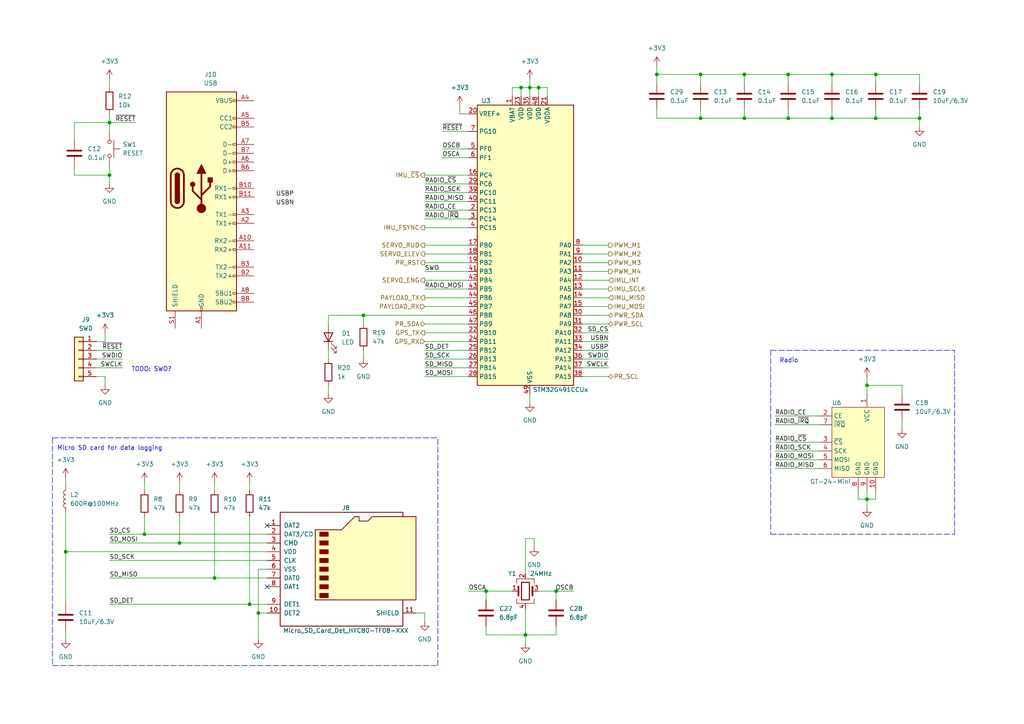
<source format=kicad_sch>
(kicad_sch (version 20210621) (generator eeschema)
  (paper "A4")
  (lib_symbols
    (symbol "Connector:USB_C_Receptacle" (pin_names (offset 1.016))
      (property "Reference" "J" (at -10.16 29.21 0))
      (property "Value" "USB_C_Receptacle" (at 10.16 29.21 0))
      (symbol "USB_C_Receptacle_0_0"
        (rectangle (start -0.254 -35.56) (end 0.254 -34.544))
        (rectangle (start 10.16 -32.766) (end 9.144 -33.274))
        (rectangle (start 10.16 -30.226) (end 9.144 -30.734))
        (rectangle (start 10.16 -25.146) (end 9.144 -25.654))
        (rectangle (start 10.16 -22.606) (end 9.144 -23.114))
        (rectangle (start 10.16 -17.526) (end 9.144 -18.034))
        (rectangle (start 10.16 -14.986) (end 9.144 -15.494))
        (rectangle (start 10.16 -9.906) (end 9.144 -10.414))
        (rectangle (start 10.16 -7.366) (end 9.144 -7.874))
        (rectangle (start 10.16 -2.286) (end 9.144 -2.794))
        (rectangle (start 10.16 0.254) (end 9.144 -0.254))
        (rectangle (start 10.16 5.334) (end 9.144 4.826))
        (rectangle (start 10.16 7.874) (end 9.144 7.366))
        (rectangle (start 10.16 10.414) (end 9.144 9.906))
        (rectangle (start 10.16 12.954) (end 9.144 12.446))
        (rectangle (start 10.16 18.034) (end 9.144 17.526))
        (rectangle (start 10.16 20.574) (end 9.144 20.066))
        (rectangle (start 10.16 25.654) (end 9.144 25.146))
      )
      (symbol "USB_C_Receptacle_0_1"
        (arc (start -8.89 -3.81) (end -5.08 -3.81) (radius (at -6.985 -3.81) (length 1.905) (angles -179.9 -0.1)) (stroke (width 0.508)))
        (arc (start -7.62 -3.81) (end -6.35 -3.81) (radius (at -6.985 -3.81) (length 0.635) (angles -179.9 -0.1)) (stroke (width 0.254)))
        (arc (start -6.35 3.81) (end -7.62 3.81) (radius (at -6.985 3.81) (length 0.635) (angles 0.1 179.9)) (stroke (width 0.254)))
        (arc (start -5.08 3.81) (end -8.89 3.81) (radius (at -6.985 3.81) (length 1.905) (angles 0.1 179.9)) (stroke (width 0.508)))
        (arc (start -7.62 -3.81) (end -6.35 -3.81) (radius (at -6.985 -3.81) (length 0.635) (angles -179.9 -0.1)) (stroke (width 0.254)) (fill (type outline)))
        (arc (start -6.35 3.81) (end -7.62 3.81) (radius (at -6.985 3.81) (length 0.635) (angles 0.1 179.9)) (stroke (width 0.254)) (fill (type outline)))
        (rectangle (start -7.62 -3.81) (end -6.35 3.81) (stroke (width 0.254)) (fill (type outline)))
        (rectangle (start -10.16 27.94) (end 10.16 -35.56) (stroke (width 0.254)) (fill (type background)))
        (polyline (pts (xy -8.89 -3.81) (xy -8.89 3.81)) (stroke (width 0.508)))
        (polyline (pts (xy -5.08 3.81) (xy -5.08 -3.81)) (stroke (width 0.508)))
      )
      (symbol "USB_C_Receptacle_1_1"
        (circle (center -2.54 1.143) (radius 0.635) (stroke (width 0.254)) (fill (type outline)))
        (circle (center 0 -5.842) (radius 1.27) (fill (type outline)))
        (rectangle (start 1.905 1.778) (end 3.175 3.048) (stroke (width 0.254)) (fill (type outline)))
        (polyline (pts (xy 0 -5.842) (xy 0 4.318)) (stroke (width 0.508)))
        (polyline (pts (xy 0 -3.302) (xy -2.54 -0.762) (xy -2.54 0.508)) (stroke (width 0.508)))
        (polyline (pts (xy 0 -2.032) (xy 2.54 0.508) (xy 2.54 1.778)) (stroke (width 0.508)))
        (polyline (pts (xy -1.27 4.318) (xy 0 6.858) (xy 1.27 4.318) (xy -1.27 4.318)) (stroke (width 0.254)) (fill (type outline)))
        (pin passive line (at 0 -40.64 90) (length 5.08) (name "GND") (number "A1"))
        (pin bidirectional line (at 15.24 -15.24 180) (length 5.08) (name "RX2-") (number "A10"))
        (pin bidirectional line (at 15.24 -17.78 180) (length 5.08) (name "RX2+") (number "A11"))
        (pin passive line (at 0 -40.64 90) (length 5.08) hide (name "GND") (number "A12"))
        (pin bidirectional line (at 15.24 -10.16 180) (length 5.08) (name "TX1+") (number "A2"))
        (pin bidirectional line (at 15.24 -7.62 180) (length 5.08) (name "TX1-") (number "A3"))
        (pin passive line (at 15.24 25.4 180) (length 5.08) (name "VBUS") (number "A4"))
        (pin bidirectional line (at 15.24 20.32 180) (length 5.08) (name "CC1") (number "A5"))
        (pin bidirectional line (at 15.24 7.62 180) (length 5.08) (name "D+") (number "A6"))
        (pin bidirectional line (at 15.24 12.7 180) (length 5.08) (name "D-") (number "A7"))
        (pin bidirectional line (at 15.24 -30.48 180) (length 5.08) (name "SBU1") (number "A8"))
        (pin passive line (at 15.24 25.4 180) (length 5.08) hide (name "VBUS") (number "A9"))
        (pin passive line (at 0 -40.64 90) (length 5.08) hide (name "GND") (number "B1"))
        (pin bidirectional line (at 15.24 0 180) (length 5.08) (name "RX1-") (number "B10"))
        (pin bidirectional line (at 15.24 -2.54 180) (length 5.08) (name "RX1+") (number "B11"))
        (pin passive line (at 0 -40.64 90) (length 5.08) hide (name "GND") (number "B12"))
        (pin bidirectional line (at 15.24 -25.4 180) (length 5.08) (name "TX2+") (number "B2"))
        (pin bidirectional line (at 15.24 -22.86 180) (length 5.08) (name "TX2-") (number "B3"))
        (pin passive line (at 15.24 25.4 180) (length 5.08) hide (name "VBUS") (number "B4"))
        (pin bidirectional line (at 15.24 17.78 180) (length 5.08) (name "CC2") (number "B5"))
        (pin bidirectional line (at 15.24 5.08 180) (length 5.08) (name "D+") (number "B6"))
        (pin bidirectional line (at 15.24 10.16 180) (length 5.08) (name "D-") (number "B7"))
        (pin bidirectional line (at 15.24 -33.02 180) (length 5.08) (name "SBU2") (number "B8"))
        (pin passive line (at 15.24 25.4 180) (length 5.08) hide (name "VBUS") (number "B9"))
        (pin passive line (at -7.62 -40.64 90) (length 5.08) (name "SHIELD") (number "S1"))
      )
    )
    (symbol "Connector_Generic:Conn_01x05" (pin_names (offset 1.016) hide)
      (property "Reference" "J" (at 0 7.62 0))
      (property "Value" "Conn_01x05" (at 0 -7.62 0))
      (symbol "Conn_01x05_1_1"
        (rectangle (start -1.27 -4.953) (end 0 -5.207) (stroke (width 0.1524)))
        (rectangle (start -1.27 -2.413) (end 0 -2.667) (stroke (width 0.1524)))
        (rectangle (start -1.27 0.127) (end 0 -0.127) (stroke (width 0.1524)))
        (rectangle (start -1.27 2.667) (end 0 2.413) (stroke (width 0.1524)))
        (rectangle (start -1.27 5.207) (end 0 4.953) (stroke (width 0.1524)))
        (rectangle (start -1.27 6.35) (end 1.27 -6.35) (stroke (width 0.254)) (fill (type background)))
        (pin passive line (at -5.08 5.08 0) (length 3.81) (name "Pin_1") (number "1"))
        (pin passive line (at -5.08 2.54 0) (length 3.81) (name "Pin_2") (number "2"))
        (pin passive line (at -5.08 0 0) (length 3.81) (name "Pin_3") (number "3"))
        (pin passive line (at -5.08 -2.54 0) (length 3.81) (name "Pin_4") (number "4"))
        (pin passive line (at -5.08 -5.08 0) (length 3.81) (name "Pin_5") (number "5"))
      )
    )
    (symbol "Device:C" (pin_numbers hide) (pin_names (offset 0.254))
      (property "Reference" "C" (at 0.635 2.54 0))
      (property "Value" "C" (at 0.635 -2.54 0))
      (symbol "C_0_1"
        (polyline (pts (xy -2.032 -0.762) (xy 2.032 -0.762)) (stroke (width 0.508)))
        (polyline (pts (xy -2.032 0.762) (xy 2.032 0.762)) (stroke (width 0.508)))
      )
      (symbol "C_1_1"
        (pin passive line (at 0 3.81 270) (length 2.794) (name "~") (number "1"))
        (pin passive line (at 0 -3.81 90) (length 2.794) (name "~") (number "2"))
      )
    )
    (symbol "Device:Crystal_GND24" (pin_names (offset 1.016) hide)
      (property "Reference" "Y" (at 3.175 5.08 0))
      (property "Value" "Crystal_GND24" (at 3.175 3.175 0))
      (symbol "Crystal_GND24_0_1"
        (rectangle (start -1.143 2.54) (end 1.143 -2.54) (stroke (width 0.3048)))
        (polyline (pts (xy -2.54 0) (xy -2.032 0)))
        (polyline (pts (xy -2.032 -1.27) (xy -2.032 1.27)) (stroke (width 0.508)))
        (polyline (pts (xy 0 -3.81) (xy 0 -3.556)))
        (polyline (pts (xy 0 3.556) (xy 0 3.81)))
        (polyline (pts (xy 2.032 -1.27) (xy 2.032 1.27)) (stroke (width 0.508)))
        (polyline (pts (xy 2.032 0) (xy 2.54 0)))
        (polyline (pts (xy -2.54 -2.286) (xy -2.54 -3.556) (xy 2.54 -3.556) (xy 2.54 -2.286)))
        (polyline (pts (xy -2.54 2.286) (xy -2.54 3.556) (xy 2.54 3.556) (xy 2.54 2.286)))
      )
      (symbol "Crystal_GND24_1_1"
        (pin passive line (at -3.81 0 0) (length 1.27) (name "1") (number "1"))
        (pin passive line (at 0 5.08 270) (length 1.27) (name "2") (number "2"))
        (pin passive line (at 3.81 0 180) (length 1.27) (name "3") (number "3"))
        (pin passive line (at 0 -5.08 90) (length 1.27) (name "4") (number "4"))
      )
    )
    (symbol "Device:L" (pin_numbers hide) (pin_names (offset 1.016) hide)
      (property "Reference" "L" (at -1.27 0 90))
      (property "Value" "L" (at 1.905 0 90))
      (symbol "L_0_1"
        (arc (start 0 -2.54) (end 0 -1.27) (radius (at 0 -1.905) (length 0.635) (angles -89.9 89.9)))
        (arc (start 0 -1.27) (end 0 0) (radius (at 0 -0.635) (length 0.635) (angles -89.9 89.9)))
        (arc (start 0 0) (end 0 1.27) (radius (at 0 0.635) (length 0.635) (angles -89.9 89.9)))
        (arc (start 0 1.27) (end 0 2.54) (radius (at 0 1.905) (length 0.635) (angles -89.9 89.9)))
      )
      (symbol "L_1_1"
        (pin passive line (at 0 3.81 270) (length 1.27) (name "1") (number "1"))
        (pin passive line (at 0 -3.81 90) (length 1.27) (name "2") (number "2"))
      )
    )
    (symbol "Device:LED" (pin_numbers hide) (pin_names (offset 1.016) hide)
      (property "Reference" "D" (at 0 2.54 0))
      (property "Value" "LED" (at 0 -2.54 0))
      (symbol "LED_0_1"
        (polyline (pts (xy -1.27 -1.27) (xy -1.27 1.27)) (stroke (width 0.254)))
        (polyline (pts (xy -1.27 0) (xy 1.27 0)))
        (polyline (pts (xy 1.27 -1.27) (xy 1.27 1.27) (xy -1.27 0) (xy 1.27 -1.27)) (stroke (width 0.254)))
        (polyline (pts (xy -3.048 -0.762) (xy -4.572 -2.286) (xy -3.81 -2.286) (xy -4.572 -2.286) (xy -4.572 -1.524)))
        (polyline (pts (xy -1.778 -0.762) (xy -3.302 -2.286) (xy -2.54 -2.286) (xy -3.302 -2.286) (xy -3.302 -1.524)))
      )
      (symbol "LED_1_1"
        (pin passive line (at -3.81 0 0) (length 2.54) (name "K") (number "1"))
        (pin passive line (at 3.81 0 180) (length 2.54) (name "A") (number "2"))
      )
    )
    (symbol "Device:R" (pin_numbers hide) (pin_names (offset 0))
      (property "Reference" "R" (at 2.032 0 90))
      (property "Value" "R" (at 0 0 90))
      (symbol "R_0_1"
        (rectangle (start -1.016 -2.54) (end 1.016 2.54) (stroke (width 0.254)))
      )
      (symbol "R_1_1"
        (pin passive line (at 0 3.81 270) (length 1.27) (name "~") (number "1"))
        (pin passive line (at 0 -3.81 90) (length 1.27) (name "~") (number "2"))
      )
    )
    (symbol "Switch:SW_Push" (pin_numbers hide) (pin_names (offset 1.016) hide)
      (property "Reference" "SW" (at 1.27 2.54 0))
      (property "Value" "SW_Push" (at 0 -1.524 0))
      (symbol "SW_Push_0_1"
        (circle (center -2.032 0) (radius 0.508))
        (circle (center 2.032 0) (radius 0.508))
        (polyline (pts (xy 0 1.27) (xy 0 3.048)))
        (polyline (pts (xy 2.54 1.27) (xy -2.54 1.27)))
        (pin passive line (at -5.08 0 0) (length 2.54) (name "1") (number "1"))
        (pin passive line (at 5.08 0 180) (length 2.54) (name "2") (number "2"))
      )
    )
    (symbol "flightcontroller-symbols:GT-24-Mini"
      (property "Reference" "U" (at -6.35 11.43 0))
      (property "Value" "GT-24-Mini" (at -8.89 -11.43 0))
      (symbol "GT-24-Mini_0_1"
        (rectangle (start -7.62 10.16) (end 7.62 -10.16) (stroke (width 0.1524)) (fill (type background)))
      )
      (symbol "GT-24-Mini_1_1"
        (pin power_in line (at 2.54 13.97 270) (length 3.81) (name "VCC") (number "1"))
        (pin power_in line (at 5.08 -13.97 90) (length 3.81) (name "GND") (number "10"))
        (pin input line (at -11.43 7.62 0) (length 3.81) (name "CE") (number "2"))
        (pin input line (at -11.43 0 0) (length 3.81) (name "~{CS}") (number "3"))
        (pin input line (at -11.43 -2.54 0) (length 3.81) (name "SCK") (number "4"))
        (pin input line (at -11.43 -5.08 0) (length 3.81) (name "MOSI") (number "5"))
        (pin output line (at -11.43 -7.62 0) (length 3.81) (name "MISO") (number "6"))
        (pin input line (at -11.43 5.08 0) (length 3.81) (name "~{IRQ}") (number "7"))
        (pin power_in line (at 0 -13.97 90) (length 3.81) (name "GND") (number "8"))
        (pin power_in line (at 2.54 -13.97 90) (length 3.81) (name "GND") (number "9"))
      )
    )
    (symbol "flightcontroller-symbols:Micro_SD_Card_Det_HYC80-TF08-XXX" (pin_names (offset 1.016))
      (property "Reference" "J" (at 0 17.78 0))
      (property "Value" "Micro_SD_Card_Det_HYC80-TF08-XXX" (at 0 -17.78 0))
      (symbol "Micro_SD_Card_Det_HYC80-TF08-XXX_0_1"
        (rectangle (start -7.62 -6.985) (end -5.08 -8.255) (fill (type outline)))
        (rectangle (start -7.62 -4.445) (end -5.08 -5.715) (fill (type outline)))
        (rectangle (start -7.62 -1.905) (end -5.08 -3.175) (fill (type outline)))
        (rectangle (start -7.62 0.635) (end -5.08 -0.635) (fill (type outline)))
        (rectangle (start -7.62 3.175) (end -5.08 1.905) (fill (type outline)))
        (rectangle (start -7.62 5.715) (end -5.08 4.445) (fill (type outline)))
        (rectangle (start -7.62 8.255) (end -5.08 6.985) (fill (type outline)))
        (rectangle (start -7.62 10.795) (end -5.08 9.525) (fill (type outline)))
        (polyline (pts (xy 16.51 15.24) (xy 16.51 16.51) (xy -19.05 16.51) (xy -19.05 -16.51) (xy 16.51 -16.51) (xy 16.51 -8.89)) (stroke (width 0.254)))
        (polyline (pts (xy -8.89 -8.89) (xy -8.89 11.43) (xy -1.27 11.43) (xy 2.54 15.24) (xy 3.81 15.24) (xy 3.81 13.97) (xy 6.35 13.97) (xy 7.62 15.24) (xy 20.32 15.24) (xy 20.32 -8.89) (xy -8.89 -8.89)) (stroke (width 0.254)) (fill (type background)))
      )
      (symbol "Micro_SD_Card_Det_HYC80-TF08-XXX_1_1"
        (pin bidirectional line (at -22.86 12.7 0) (length 3.81) (name "DAT2") (number "1"))
        (pin passive line (at -22.86 -12.7 0) (length 3.81) (name "DET2") (number "10"))
        (pin passive line (at 20.32 -12.7 180) (length 3.81) (name "SHIELD") (number "11"))
        (pin bidirectional line (at -22.86 10.16 0) (length 3.81) (name "DAT3/CD") (number "2"))
        (pin input line (at -22.86 7.62 0) (length 3.81) (name "CMD") (number "3"))
        (pin power_in line (at -22.86 5.08 0) (length 3.81) (name "VDD") (number "4"))
        (pin input line (at -22.86 2.54 0) (length 3.81) (name "CLK") (number "5"))
        (pin power_in line (at -22.86 0 0) (length 3.81) (name "VSS") (number "6"))
        (pin bidirectional line (at -22.86 -2.54 0) (length 3.81) (name "DAT0") (number "7"))
        (pin bidirectional line (at -22.86 -5.08 0) (length 3.81) (name "DAT1") (number "8"))
        (pin passive line (at -22.86 -10.16 0) (length 3.81) (name "DET1") (number "9"))
      )
    )
    (symbol "flightcontroller-symbols:STM32G491CCUx"
      (property "Reference" "U" (at -15.24 41.91 0))
      (property "Value" "STM32G491CCUx" (at 7.62 41.91 0))
      (symbol "STM32G491CCUx_0_1"
        (rectangle (start -15.24 -40.64) (end 12.7 40.64) (stroke (width 0.254)) (fill (type background)))
      )
      (symbol "STM32G491CCUx_1_1"
        (pin power_in line (at -5.08 43.18 270) (length 2.54) (name "VBAT") (number "1"))
        (pin bidirectional line (at 15.24 -5.08 180) (length 2.54) (name "PA2") (number "10"))
        (pin bidirectional line (at 15.24 -7.62 180) (length 2.54) (name "PA3") (number "11"))
        (pin bidirectional line (at 15.24 -10.16 180) (length 2.54) (name "PA4") (number "12"))
        (pin bidirectional line (at 15.24 -12.7 180) (length 2.54) (name "PA5") (number "13"))
        (pin bidirectional line (at 15.24 -15.24 180) (length 2.54) (name "PA6") (number "14"))
        (pin bidirectional line (at 15.24 -17.78 180) (length 2.54) (name "PA7") (number "15"))
        (pin bidirectional line (at -17.78 20.32 0) (length 2.54) (name "PC4") (number "16"))
        (pin bidirectional line (at -17.78 0 0) (length 2.54) (name "PB0") (number "17"))
        (pin bidirectional line (at -17.78 -2.54 0) (length 2.54) (name "PB1") (number "18"))
        (pin bidirectional line (at -17.78 -5.08 0) (length 2.54) (name "PB2") (number "19"))
        (pin bidirectional line (at -17.78 10.16 0) (length 2.54) (name "PC13") (number "2"))
        (pin bidirectional line (at -17.78 38.1 0) (length 2.54) (name "VREF+") (number "20"))
        (pin power_in line (at 5.08 43.18 270) (length 2.54) (name "VDDA") (number "21"))
        (pin bidirectional line (at -17.78 -25.4 0) (length 2.54) (name "PB10") (number "22"))
        (pin power_in line (at -2.54 43.18 270) (length 2.54) (name "VDD") (number "23"))
        (pin bidirectional line (at -17.78 -27.94 0) (length 2.54) (name "PB11") (number "24"))
        (pin bidirectional line (at -17.78 -30.48 0) (length 2.54) (name "PB12") (number "25"))
        (pin bidirectional line (at -17.78 -33.02 0) (length 2.54) (name "PB13") (number "26"))
        (pin bidirectional line (at -17.78 -35.56 0) (length 2.54) (name "PB14") (number "27"))
        (pin bidirectional line (at -17.78 -38.1 0) (length 2.54) (name "PB15") (number "28"))
        (pin bidirectional line (at -17.78 17.78 0) (length 2.54) (name "PC6") (number "29"))
        (pin bidirectional line (at -17.78 7.62 0) (length 2.54) (name "PC14") (number "3"))
        (pin bidirectional line (at 15.24 -20.32 180) (length 2.54) (name "PA8") (number "30"))
        (pin bidirectional line (at 15.24 -22.86 180) (length 2.54) (name "PA9") (number "31"))
        (pin bidirectional line (at 15.24 -25.4 180) (length 2.54) (name "PA10") (number "32"))
        (pin bidirectional line (at 15.24 -27.94 180) (length 2.54) (name "PA11") (number "33"))
        (pin bidirectional line (at 15.24 -30.48 180) (length 2.54) (name "PA12") (number "34"))
        (pin power_in line (at 0 43.18 270) (length 2.54) (name "VDD") (number "35"))
        (pin bidirectional line (at 15.24 -33.02 180) (length 2.54) (name "PA13") (number "36"))
        (pin bidirectional line (at 15.24 -35.56 180) (length 2.54) (name "PA14") (number "37"))
        (pin bidirectional line (at 15.24 -38.1 180) (length 2.54) (name "PA15") (number "38"))
        (pin bidirectional line (at -17.78 15.24 0) (length 2.54) (name "PC10") (number "39"))
        (pin bidirectional line (at -17.78 5.08 0) (length 2.54) (name "PC15") (number "4"))
        (pin bidirectional line (at -17.78 12.7 0) (length 2.54) (name "PC11") (number "40"))
        (pin bidirectional line (at -17.78 -7.62 0) (length 2.54) (name "PB3") (number "41"))
        (pin bidirectional line (at -17.78 -10.16 0) (length 2.54) (name "PB4") (number "42"))
        (pin bidirectional line (at -17.78 -12.7 0) (length 2.54) (name "PB5") (number "43"))
        (pin bidirectional line (at -17.78 -15.24 0) (length 2.54) (name "PB6") (number "44"))
        (pin bidirectional line (at -17.78 -17.78 0) (length 2.54) (name "PB7") (number "45"))
        (pin bidirectional line (at -17.78 -20.32 0) (length 2.54) (name "PB8") (number "46"))
        (pin bidirectional line (at -17.78 -22.86 0) (length 2.54) (name "PB9") (number "47"))
        (pin power_in line (at 2.54 43.18 270) (length 2.54) (name "VDD") (number "48"))
        (pin power_in line (at 0 -43.18 90) (length 2.54) (name "VSS") (number "49"))
        (pin input line (at -17.78 27.94 0) (length 2.54) (name "PF0") (number "5"))
        (pin input line (at -17.78 25.4 0) (length 2.54) (name "PF1") (number "6"))
        (pin bidirectional line (at -17.78 33.02 0) (length 2.54) (name "PG10") (number "7"))
        (pin bidirectional line (at 15.24 0 180) (length 2.54) (name "PA0") (number "8"))
        (pin bidirectional line (at 15.24 -2.54 180) (length 2.54) (name "PA1") (number "9"))
      )
    )
    (symbol "power:+3.3V" (power) (pin_names (offset 0))
      (property "Value" "+3.3V" (at 0 3.556 0))
      (symbol "+3.3V_0_1"
        (polyline (pts (xy -0.762 1.27) (xy 0 2.54)))
        (polyline (pts (xy 0 0) (xy 0 2.54)))
        (polyline (pts (xy 0 2.54) (xy 0.762 1.27)))
      )
      (symbol "+3.3V_1_1"
        (pin power_in line (at 0 0 90) (length 0) hide (name "+3V3") (number "1"))
      )
    )
    (symbol "power:GND" (power) (pin_names (offset 0))
      (property "Value" "GND" (at 0 -3.81 0))
      (symbol "GND_0_1"
        (polyline (pts (xy 0 0) (xy 0 -1.27) (xy 1.27 -1.27) (xy 0 -2.54) (xy -1.27 -1.27) (xy 0 -1.27)))
      )
      (symbol "GND_1_1"
        (pin power_in line (at 0 0 270) (length 0) hide (name "GND") (number "1"))
      )
    )
  )
  (junction (at 19.05 160.02) (diameter 0.9144))
  (junction (at 31.75 35.56) (diameter 0.9144))
  (junction (at 31.75 50.8) (diameter 0.9144))
  (junction (at 41.91 154.94) (diameter 0.9144))
  (junction (at 52.07 157.48) (diameter 0.9144))
  (junction (at 62.23 167.64) (diameter 0.9144))
  (junction (at 72.39 175.26) (diameter 0.9144))
  (junction (at 74.93 177.8) (diameter 0.9144))
  (junction (at 105.41 91.44) (diameter 0.9144))
  (junction (at 140.97 171.45) (diameter 0.9144))
  (junction (at 151.13 25.4) (diameter 0.9144))
  (junction (at 152.4 184.15) (diameter 0.9144))
  (junction (at 153.67 25.4) (diameter 0.9144))
  (junction (at 156.21 25.4) (diameter 0.9144))
  (junction (at 161.29 171.45) (diameter 0.9144))
  (junction (at 190.5 21.59) (diameter 0.9144))
  (junction (at 203.2 21.59) (diameter 0.9144))
  (junction (at 203.2 34.29) (diameter 0.9144))
  (junction (at 215.9 21.59) (diameter 0.9144))
  (junction (at 215.9 34.29) (diameter 0.9144))
  (junction (at 228.6 21.59) (diameter 0.9144))
  (junction (at 228.6 34.29) (diameter 0.9144))
  (junction (at 241.3 21.59) (diameter 0.9144))
  (junction (at 241.3 34.29) (diameter 0.9144))
  (junction (at 251.46 111.76) (diameter 0.9144))
  (junction (at 251.46 144.78) (diameter 0.9144))
  (junction (at 254 21.59) (diameter 0.9144))
  (junction (at 254 34.29) (diameter 0.9144))
  (junction (at 266.7 34.29) (diameter 0.9144))
  (no_connect (at 77.47 152.4))
  (no_connect (at 77.47 170.18))
  (wire (pts (xy 19.05 138.43) (xy 19.05 140.97)))
  (wire (pts (xy 19.05 148.59) (xy 19.05 160.02)))
  (wire (pts (xy 19.05 160.02) (xy 19.05 175.26)))
  (wire (pts (xy 19.05 160.02) (xy 77.47 160.02)))
  (wire (pts (xy 19.05 182.88) (xy 19.05 185.42)))
  (wire (pts (xy 21.59 35.56) (xy 31.75 35.56)))
  (wire (pts (xy 21.59 40.64) (xy 21.59 35.56)))
  (wire (pts (xy 21.59 48.26) (xy 21.59 50.8)))
  (wire (pts (xy 21.59 50.8) (xy 31.75 50.8)))
  (wire (pts (xy 27.94 99.06) (xy 30.48 99.06)))
  (wire (pts (xy 27.94 101.6) (xy 35.56 101.6)))
  (wire (pts (xy 27.94 104.14) (xy 35.56 104.14)))
  (wire (pts (xy 27.94 106.68) (xy 35.56 106.68)))
  (wire (pts (xy 30.48 99.06) (xy 30.48 96.52)))
  (wire (pts (xy 30.48 109.22) (xy 27.94 109.22)))
  (wire (pts (xy 30.48 111.76) (xy 30.48 109.22)))
  (wire (pts (xy 31.75 22.86) (xy 31.75 25.4)))
  (wire (pts (xy 31.75 33.02) (xy 31.75 35.56)))
  (wire (pts (xy 31.75 35.56) (xy 31.75 38.1)))
  (wire (pts (xy 31.75 35.56) (xy 39.37 35.56)))
  (wire (pts (xy 31.75 48.26) (xy 31.75 50.8)))
  (wire (pts (xy 31.75 50.8) (xy 31.75 53.34)))
  (wire (pts (xy 31.75 154.94) (xy 41.91 154.94)))
  (wire (pts (xy 31.75 157.48) (xy 52.07 157.48)))
  (wire (pts (xy 31.75 162.56) (xy 77.47 162.56)))
  (wire (pts (xy 31.75 167.64) (xy 62.23 167.64)))
  (wire (pts (xy 31.75 175.26) (xy 72.39 175.26)))
  (wire (pts (xy 41.91 139.7) (xy 41.91 142.24)))
  (wire (pts (xy 41.91 149.86) (xy 41.91 154.94)))
  (wire (pts (xy 41.91 154.94) (xy 77.47 154.94)))
  (wire (pts (xy 52.07 139.7) (xy 52.07 142.24)))
  (wire (pts (xy 52.07 149.86) (xy 52.07 157.48)))
  (wire (pts (xy 52.07 157.48) (xy 77.47 157.48)))
  (wire (pts (xy 62.23 139.7) (xy 62.23 142.24)))
  (wire (pts (xy 62.23 149.86) (xy 62.23 167.64)))
  (wire (pts (xy 62.23 167.64) (xy 77.47 167.64)))
  (wire (pts (xy 72.39 139.7) (xy 72.39 142.24)))
  (wire (pts (xy 72.39 149.86) (xy 72.39 175.26)))
  (wire (pts (xy 74.93 165.1) (xy 77.47 165.1)))
  (wire (pts (xy 74.93 177.8) (xy 74.93 165.1)))
  (wire (pts (xy 74.93 177.8) (xy 77.47 177.8)))
  (wire (pts (xy 74.93 185.42) (xy 74.93 177.8)))
  (wire (pts (xy 77.47 175.26) (xy 72.39 175.26)))
  (wire (pts (xy 95.25 91.44) (xy 105.41 91.44)))
  (wire (pts (xy 95.25 93.98) (xy 95.25 91.44)))
  (wire (pts (xy 95.25 101.6) (xy 95.25 104.14)))
  (wire (pts (xy 95.25 111.76) (xy 95.25 114.3)))
  (wire (pts (xy 105.41 91.44) (xy 135.89 91.44)))
  (wire (pts (xy 105.41 93.98) (xy 105.41 91.44)))
  (wire (pts (xy 105.41 101.6) (xy 105.41 104.14)))
  (wire (pts (xy 123.19 53.34) (xy 135.89 53.34)))
  (wire (pts (xy 123.19 55.88) (xy 135.89 55.88)))
  (wire (pts (xy 123.19 58.42) (xy 135.89 58.42)))
  (wire (pts (xy 123.19 60.96) (xy 135.89 60.96)))
  (wire (pts (xy 123.19 63.5) (xy 135.89 63.5)))
  (wire (pts (xy 123.19 66.04) (xy 135.89 66.04)))
  (wire (pts (xy 123.19 71.12) (xy 135.89 71.12)))
  (wire (pts (xy 123.19 73.66) (xy 135.89 73.66)))
  (wire (pts (xy 123.19 76.2) (xy 135.89 76.2)))
  (wire (pts (xy 123.19 78.74) (xy 135.89 78.74)))
  (wire (pts (xy 123.19 81.28) (xy 135.89 81.28)))
  (wire (pts (xy 123.19 83.82) (xy 135.89 83.82)))
  (wire (pts (xy 123.19 86.36) (xy 135.89 86.36)))
  (wire (pts (xy 123.19 88.9) (xy 135.89 88.9)))
  (wire (pts (xy 123.19 96.52) (xy 135.89 96.52)))
  (wire (pts (xy 123.19 99.06) (xy 135.89 99.06)))
  (wire (pts (xy 123.19 101.6) (xy 135.89 101.6)))
  (wire (pts (xy 123.19 104.14) (xy 135.89 104.14)))
  (wire (pts (xy 123.19 106.68) (xy 135.89 106.68)))
  (wire (pts (xy 123.19 109.22) (xy 135.89 109.22)))
  (wire (pts (xy 123.19 177.8) (xy 120.65 177.8)))
  (wire (pts (xy 123.19 180.34) (xy 123.19 177.8)))
  (wire (pts (xy 128.27 38.1) (xy 135.89 38.1)))
  (wire (pts (xy 128.27 43.18) (xy 135.89 43.18)))
  (wire (pts (xy 128.27 45.72) (xy 135.89 45.72)))
  (wire (pts (xy 133.35 33.02) (xy 133.35 30.48)))
  (wire (pts (xy 135.89 33.02) (xy 133.35 33.02)))
  (wire (pts (xy 135.89 50.8) (xy 123.19 50.8)))
  (wire (pts (xy 135.89 93.98) (xy 123.19 93.98)))
  (wire (pts (xy 135.89 171.45) (xy 140.97 171.45)))
  (wire (pts (xy 140.97 171.45) (xy 148.59 171.45)))
  (wire (pts (xy 140.97 173.99) (xy 140.97 171.45)))
  (wire (pts (xy 140.97 184.15) (xy 140.97 181.61)))
  (wire (pts (xy 148.59 25.4) (xy 151.13 25.4)))
  (wire (pts (xy 148.59 27.94) (xy 148.59 25.4)))
  (wire (pts (xy 151.13 25.4) (xy 153.67 25.4)))
  (wire (pts (xy 151.13 27.94) (xy 151.13 25.4)))
  (wire (pts (xy 152.4 156.21) (xy 152.4 166.37)))
  (wire (pts (xy 152.4 176.53) (xy 152.4 184.15)))
  (wire (pts (xy 152.4 184.15) (xy 140.97 184.15)))
  (wire (pts (xy 152.4 186.69) (xy 152.4 184.15)))
  (wire (pts (xy 153.67 22.86) (xy 153.67 25.4)))
  (wire (pts (xy 153.67 25.4) (xy 153.67 27.94)))
  (wire (pts (xy 153.67 114.3) (xy 153.67 116.84)))
  (wire (pts (xy 154.94 156.21) (xy 152.4 156.21)))
  (wire (pts (xy 154.94 158.75) (xy 154.94 156.21)))
  (wire (pts (xy 156.21 25.4) (xy 153.67 25.4)))
  (wire (pts (xy 156.21 27.94) (xy 156.21 25.4)))
  (wire (pts (xy 158.75 25.4) (xy 156.21 25.4)))
  (wire (pts (xy 158.75 27.94) (xy 158.75 25.4)))
  (wire (pts (xy 161.29 171.45) (xy 156.21 171.45)))
  (wire (pts (xy 161.29 171.45) (xy 166.37 171.45)))
  (wire (pts (xy 161.29 173.99) (xy 161.29 171.45)))
  (wire (pts (xy 161.29 181.61) (xy 161.29 184.15)))
  (wire (pts (xy 161.29 184.15) (xy 152.4 184.15)))
  (wire (pts (xy 168.91 71.12) (xy 176.53 71.12)))
  (wire (pts (xy 168.91 73.66) (xy 176.53 73.66)))
  (wire (pts (xy 168.91 76.2) (xy 176.53 76.2)))
  (wire (pts (xy 168.91 78.74) (xy 176.53 78.74)))
  (wire (pts (xy 168.91 83.82) (xy 176.53 83.82)))
  (wire (pts (xy 168.91 86.36) (xy 176.53 86.36)))
  (wire (pts (xy 168.91 88.9) (xy 176.53 88.9)))
  (wire (pts (xy 168.91 91.44) (xy 176.53 91.44)))
  (wire (pts (xy 168.91 93.98) (xy 176.53 93.98)))
  (wire (pts (xy 168.91 99.06) (xy 176.53 99.06)))
  (wire (pts (xy 168.91 101.6) (xy 176.53 101.6)))
  (wire (pts (xy 168.91 104.14) (xy 176.53 104.14)))
  (wire (pts (xy 168.91 106.68) (xy 176.53 106.68)))
  (wire (pts (xy 168.91 109.22) (xy 176.53 109.22)))
  (wire (pts (xy 176.53 81.28) (xy 168.91 81.28)))
  (wire (pts (xy 176.53 96.52) (xy 168.91 96.52)))
  (wire (pts (xy 190.5 19.05) (xy 190.5 21.59)))
  (wire (pts (xy 190.5 21.59) (xy 190.5 24.13)))
  (wire (pts (xy 190.5 31.75) (xy 190.5 34.29)))
  (wire (pts (xy 190.5 34.29) (xy 203.2 34.29)))
  (wire (pts (xy 203.2 21.59) (xy 190.5 21.59)))
  (wire (pts (xy 203.2 21.59) (xy 203.2 24.13)))
  (wire (pts (xy 203.2 31.75) (xy 203.2 34.29)))
  (wire (pts (xy 203.2 34.29) (xy 215.9 34.29)))
  (wire (pts (xy 215.9 21.59) (xy 203.2 21.59)))
  (wire (pts (xy 215.9 21.59) (xy 215.9 24.13)))
  (wire (pts (xy 215.9 31.75) (xy 215.9 34.29)))
  (wire (pts (xy 215.9 34.29) (xy 228.6 34.29)))
  (wire (pts (xy 224.79 120.65) (xy 237.49 120.65)))
  (wire (pts (xy 224.79 123.19) (xy 237.49 123.19)))
  (wire (pts (xy 224.79 128.27) (xy 237.49 128.27)))
  (wire (pts (xy 224.79 130.81) (xy 237.49 130.81)))
  (wire (pts (xy 224.79 133.35) (xy 237.49 133.35)))
  (wire (pts (xy 224.79 135.89) (xy 237.49 135.89)))
  (wire (pts (xy 228.6 21.59) (xy 215.9 21.59)))
  (wire (pts (xy 228.6 21.59) (xy 228.6 24.13)))
  (wire (pts (xy 228.6 31.75) (xy 228.6 34.29)))
  (wire (pts (xy 228.6 34.29) (xy 241.3 34.29)))
  (wire (pts (xy 241.3 21.59) (xy 228.6 21.59)))
  (wire (pts (xy 241.3 21.59) (xy 241.3 24.13)))
  (wire (pts (xy 241.3 31.75) (xy 241.3 34.29)))
  (wire (pts (xy 241.3 34.29) (xy 254 34.29)))
  (wire (pts (xy 248.92 142.24) (xy 248.92 144.78)))
  (wire (pts (xy 248.92 144.78) (xy 251.46 144.78)))
  (wire (pts (xy 251.46 109.22) (xy 251.46 111.76)))
  (wire (pts (xy 251.46 111.76) (xy 251.46 114.3)))
  (wire (pts (xy 251.46 111.76) (xy 261.62 111.76)))
  (wire (pts (xy 251.46 142.24) (xy 251.46 144.78)))
  (wire (pts (xy 251.46 144.78) (xy 251.46 147.32)))
  (wire (pts (xy 254 21.59) (xy 241.3 21.59)))
  (wire (pts (xy 254 21.59) (xy 254 24.13)))
  (wire (pts (xy 254 31.75) (xy 254 34.29)))
  (wire (pts (xy 254 34.29) (xy 266.7 34.29)))
  (wire (pts (xy 254 142.24) (xy 254 144.78)))
  (wire (pts (xy 254 144.78) (xy 251.46 144.78)))
  (wire (pts (xy 261.62 114.3) (xy 261.62 111.76)))
  (wire (pts (xy 261.62 121.92) (xy 261.62 124.46)))
  (wire (pts (xy 266.7 21.59) (xy 254 21.59)))
  (wire (pts (xy 266.7 24.13) (xy 266.7 21.59)))
  (wire (pts (xy 266.7 34.29) (xy 266.7 31.75)))
  (wire (pts (xy 266.7 34.29) (xy 266.7 36.83)))
  (polyline (pts (xy 15.24 127) (xy 15.24 193.04)) (stroke (width 0) (type dash)))
  (polyline (pts (xy 15.24 127) (xy 127 127)) (stroke (width 0) (type dash)))
  (polyline (pts (xy 15.24 193.04) (xy 127 193.04)) (stroke (width 0) (type dash)))
  (polyline (pts (xy 127 193.04) (xy 127 127)) (stroke (width 0) (type dash)))
  (polyline (pts (xy 223.52 101.6) (xy 223.52 154.94)) (stroke (width 0) (type dash)))
  (polyline (pts (xy 223.52 101.6) (xy 276.86 101.6)) (stroke (width 0) (type dash)))
  (polyline (pts (xy 223.52 154.94) (xy 276.86 154.94)) (stroke (width 0) (type dash)))
  (polyline (pts (xy 276.86 154.94) (xy 276.86 101.6)) (stroke (width 0) (type dash)))
  (text "Micro SD card for data logging" (at 16.51 130.81 0) (effects (font (size 1.27 1.27)) (justify left bottom)))
  (text "TODO: SWO?" (at 38.1 107.95 0) (effects (font (size 1.27 1.27)) (justify left bottom)))
  (text "Radio" (at 226.06 105.41 0) (effects (font (size 1.27 1.27)) (justify left bottom)))
  (label "SD_CS" (at 31.75 154.94 0))
  (label "SD_MOSI" (at 31.75 157.48 0))
  (label "SD_SCK" (at 31.75 162.56 0))
  (label "SD_MISO" (at 31.75 167.64 0))
  (label "SD_DET" (at 31.75 175.26 0))
  (label "~{RESET}" (at 35.56 101.6 180))
  (label "SWDIO" (at 35.56 104.14 180))
  (label "SWCLK" (at 35.56 106.68 180))
  (label "~{RESET}" (at 39.37 35.56 180))
  (label "USBP" (at 80.01 57.15 0))
  (label "USBN" (at 80.01 59.69 0))
  (label "RADIO_~{CS}" (at 123.19 53.34 0))
  (label "RADIO_SCK" (at 123.19 55.88 0))
  (label "RADIO_MISO" (at 123.19 58.42 0))
  (label "RADIO_CE" (at 123.19 60.96 0))
  (label "RADIO_~{IRQ}" (at 123.19 63.5 0))
  (label "SWO" (at 123.19 78.74 0))
  (label "RADIO_MOSI" (at 123.19 83.82 0))
  (label "SD_DET" (at 123.19 101.6 0))
  (label "SD_SCK" (at 123.19 104.14 0))
  (label "SD_MISO" (at 123.19 106.68 0))
  (label "SD_MOSI" (at 123.19 109.22 0))
  (label "~{RESET}" (at 128.27 38.1 0))
  (label "OSCB" (at 128.27 43.18 0))
  (label "OSCA" (at 128.27 45.72 0))
  (label "OSCA" (at 135.89 171.45 0))
  (label "OSCB" (at 166.37 171.45 180))
  (label "SD_CS" (at 176.53 96.52 180))
  (label "USBN" (at 176.53 99.06 180))
  (label "USBP" (at 176.53 101.6 180))
  (label "SWDIO" (at 176.53 104.14 180))
  (label "SWCLK" (at 176.53 106.68 180))
  (label "RADIO_CE" (at 224.79 120.65 0))
  (label "RADIO_~{IRQ}" (at 224.79 123.19 0))
  (label "RADIO_~{CS}" (at 224.79 128.27 0))
  (label "RADIO_SCK" (at 224.79 130.81 0))
  (label "RADIO_MOSI" (at 224.79 133.35 0))
  (label "RADIO_MISO" (at 224.79 135.89 0))
  (hierarchical_label "IMU_~{CS}" (shape output) (at 123.19 50.8 180))
  (hierarchical_label "IMU_FSYNC" (shape output) (at 123.19 66.04 180))
  (hierarchical_label "SERVO_RUD" (shape output) (at 123.19 71.12 180))
  (hierarchical_label "SERVO_ELEV" (shape output) (at 123.19 73.66 180))
  (hierarchical_label "PR_RST" (shape output) (at 123.19 76.2 180))
  (hierarchical_label "SERVO_ENG" (shape output) (at 123.19 81.28 180))
  (hierarchical_label "PAYLOAD_TX" (shape output) (at 123.19 86.36 180))
  (hierarchical_label "PAYLOAD_RX" (shape input) (at 123.19 88.9 180))
  (hierarchical_label "PR_SDA" (shape bidirectional) (at 123.19 93.98 180))
  (hierarchical_label "GPS_TX" (shape output) (at 123.19 96.52 180))
  (hierarchical_label "GPS_RX" (shape input) (at 123.19 99.06 180))
  (hierarchical_label "PWM_M1" (shape output) (at 176.53 71.12 0))
  (hierarchical_label "PWM_M2" (shape output) (at 176.53 73.66 0))
  (hierarchical_label "PWM_M3" (shape output) (at 176.53 76.2 0))
  (hierarchical_label "PWM_M4" (shape output) (at 176.53 78.74 0))
  (hierarchical_label "IMU_INT" (shape input) (at 176.53 81.28 0))
  (hierarchical_label "IMU_SCLK" (shape output) (at 176.53 83.82 0))
  (hierarchical_label "IMU_MISO" (shape input) (at 176.53 86.36 0))
  (hierarchical_label "IMU_MOSI" (shape output) (at 176.53 88.9 0))
  (hierarchical_label "PWR_SDA" (shape bidirectional) (at 176.53 91.44 0))
  (hierarchical_label "PWR_SCL" (shape bidirectional) (at 176.53 93.98 0))
  (hierarchical_label "PR_SCL" (shape bidirectional) (at 176.53 109.22 0))
  (symbol (lib_id "power:+3.3V") (at 19.05 138.43 0) (unit 1)
    (property "Reference" "#PWR0127" (effects hide))
    (property "Value" "+3.3V" (at 19.05 133.35 0))
  )
  (symbol (lib_id "power:+3.3V") (at 30.48 96.52 0) (unit 1)
    (property "Reference" "#PWR0139" (effects hide))
    (property "Value" "+3.3V" (at 30.48 91.44 0))
  )
  (symbol (lib_id "power:+3.3V") (at 31.75 22.86 0) (unit 1)
    (property "Reference" "#PWR0130" (effects hide))
    (property "Value" "+3.3V" (at 31.75 17.78 0))
  )
  (symbol (lib_id "power:+3.3V") (at 41.91 139.7 0) (unit 1)
    (property "Reference" "#PWR0125" (effects hide))
    (property "Value" "+3.3V" (at 41.91 134.62 0))
  )
  (symbol (lib_id "power:+3.3V") (at 52.07 139.7 0) (unit 1)
    (property "Reference" "#PWR0123" (effects hide))
    (property "Value" "+3.3V" (at 52.07 134.62 0))
  )
  (symbol (lib_id "power:+3.3V") (at 62.23 139.7 0) (unit 1)
    (property "Reference" "#PWR0124" (effects hide))
    (property "Value" "+3.3V" (at 62.23 134.62 0))
  )
  (symbol (lib_id "power:+3.3V") (at 72.39 139.7 0) (unit 1)
    (property "Reference" "#PWR0122" (effects hide))
    (property "Value" "+3.3V" (at 72.39 134.62 0))
  )
  (symbol (lib_id "power:+3.3V") (at 133.35 30.48 0) (unit 1)
    (property "Reference" "#PWR0141" (effects hide))
    (property "Value" "+3.3V" (at 133.35 25.4 0))
  )
  (symbol (lib_id "power:+3.3V") (at 153.67 22.86 0) (unit 1)
    (property "Reference" "#PWR0137" (effects hide))
    (property "Value" "+3.3V" (at 153.67 17.78 0))
  )
  (symbol (lib_id "power:+3.3V") (at 190.5 19.05 0) (unit 1)
    (property "Reference" "#PWR0136" (effects hide))
    (property "Value" "+3.3V" (at 190.5 13.97 0))
  )
  (symbol (lib_id "power:+3.3V") (at 251.46 109.22 0) (unit 1)
    (property "Reference" "#PWR0132" (effects hide))
    (property "Value" "+3.3V" (at 251.46 104.14 0))
  )
  (symbol (lib_id "power:GND") (at 19.05 185.42 0) (unit 1)
    (property "Reference" "#PWR0126" (effects hide))
    (property "Value" "GND" (at 19.05 190.5 0))
  )
  (symbol (lib_id "power:GND") (at 30.48 111.76 0) (unit 1)
    (property "Reference" "#PWR0138" (effects hide))
    (property "Value" "GND" (at 30.48 116.84 0))
  )
  (symbol (lib_id "power:GND") (at 31.75 53.34 0) (unit 1)
    (property "Reference" "#PWR0129" (effects hide))
    (property "Value" "GND" (at 31.75 58.42 0))
  )
  (symbol (lib_id "power:GND") (at 74.93 185.42 0) (unit 1)
    (property "Reference" "#PWR0121" (effects hide))
    (property "Value" "GND" (at 74.93 190.5 0))
  )
  (symbol (lib_id "power:GND") (at 95.25 114.3 0) (unit 1)
    (property "Reference" "#PWR0140" (effects hide))
    (property "Value" "GND" (at 95.25 119.38 0))
  )
  (symbol (lib_id "power:GND") (at 105.41 104.14 0) (unit 1)
    (property "Reference" "#PWR023" (effects hide))
    (property "Value" "GND" (at 105.41 109.22 0))
  )
  (symbol (lib_id "power:GND") (at 123.19 180.34 0) (unit 1)
    (property "Reference" "#PWR0128" (effects hide))
    (property "Value" "GND" (at 123.19 185.42 0))
  )
  (symbol (lib_id "power:GND") (at 152.4 186.69 0) (unit 1)
    (property "Reference" "#PWR010" (effects hide))
    (property "Value" "GND" (at 152.4 191.77 0))
  )
  (symbol (lib_id "power:GND") (at 153.67 116.84 0) (unit 1)
    (property "Reference" "#PWR0134" (effects hide))
    (property "Value" "GND" (at 153.67 121.92 0))
  )
  (symbol (lib_id "power:GND") (at 154.94 158.75 0) (unit 1)
    (property "Reference" "#PWR011" (effects hide))
    (property "Value" "GND" (at 154.94 163.83 0))
  )
  (symbol (lib_id "power:GND") (at 251.46 147.32 0) (unit 1)
    (property "Reference" "#PWR0133" (effects hide))
    (property "Value" "GND" (at 251.46 152.4 0))
  )
  (symbol (lib_id "power:GND") (at 261.62 124.46 0) (unit 1)
    (property "Reference" "#PWR0135" (effects hide))
    (property "Value" "GND" (at 261.62 129.54 0))
  )
  (symbol (lib_id "power:GND") (at 266.7 36.83 0) (unit 1)
    (property "Reference" "#PWR0131" (effects hide))
    (property "Value" "GND" (at 266.7 41.91 0))
  )
  (symbol (lib_id "Device:L") (at 19.05 144.78 180) (unit 1)
    (property "Reference" "L2" (at 20.32 143.5099 0) (effects (justify right)))
    (property "Value" "600R@100MHz" (at 20.32 146.0499 0) (effects (justify right)))
    (property "Footprint" "Inductor_SMD:L_0402_1005Metric" (effects hide))
    (property "Digikey" "283-MFBM1V1005-501-RCT-ND" (effects hide))
    (property "Mouser" "810-MMZ1005S601HT000" (effects hide))
  )
  (symbol (lib_id "Device:R") (at 31.75 29.21 0) (unit 1)
    (property "Reference" "R12" (at 34.29 27.9399 0) (effects (justify left)))
    (property "Value" "10k" (at 34.29 30.4799 0) (effects (justify left)))
    (property "Footprint" "Resistor_SMD:R_0402_1005Metric" (effects hide))
  )
  (symbol (lib_id "Device:R") (at 41.91 146.05 0) (unit 1)
    (property "Reference" "R8" (at 44.45 144.7799 0) (effects (justify left)))
    (property "Value" "47k" (at 44.45 147.3199 0) (effects (justify left)))
    (property "Footprint" "Resistor_SMD:R_0402_1005Metric" (effects hide))
  )
  (symbol (lib_id "Device:R") (at 52.07 146.05 0) (unit 1)
    (property "Reference" "R9" (at 54.61 144.7799 0) (effects (justify left)))
    (property "Value" "47k" (at 54.61 147.3199 0) (effects (justify left)))
    (property "Footprint" "Resistor_SMD:R_0402_1005Metric" (effects hide))
  )
  (symbol (lib_id "Device:R") (at 62.23 146.05 0) (unit 1)
    (property "Reference" "R10" (at 64.77 144.7799 0) (effects (justify left)))
    (property "Value" "47k" (at 64.77 147.3199 0) (effects (justify left)))
    (property "Footprint" "Resistor_SMD:R_0402_1005Metric" (effects hide))
  )
  (symbol (lib_id "Device:R") (at 72.39 146.05 0) (unit 1)
    (property "Reference" "R11" (at 74.93 144.7799 0) (effects (justify left)))
    (property "Value" "47k" (at 74.93 147.3199 0) (effects (justify left)))
    (property "Footprint" "Resistor_SMD:R_0402_1005Metric" (effects hide))
  )
  (symbol (lib_id "Device:R") (at 95.25 107.95 0) (unit 1)
    (property "Reference" "R20" (at 97.79 106.6799 0) (effects (justify left)))
    (property "Value" "1k" (at 97.79 109.2199 0) (effects (justify left)))
    (property "Footprint" "Resistor_SMD:R_0402_1005Metric" (effects hide))
  )
  (symbol (lib_id "Device:R") (at 105.41 97.79 0) (unit 1)
    (property "Reference" "R19" (at 107.95 96.5199 0) (effects (justify left)))
    (property "Value" "47k" (at 107.95 99.0599 0) (effects (justify left)))
    (property "Footprint" "Resistor_SMD:R_0402_1005Metric" (effects hide))
  )
  (symbol (lib_id "Device:LED") (at 95.25 97.79 90) (unit 1)
    (property "Reference" "D1" (at 99.06 96.7104 90) (effects (justify right)))
    (property "Value" "LED" (at 99.06 99.2504 90) (effects (justify right)))
    (property "Footprint" "LED_SMD:LED_0603_1608Metric" (effects hide))
  )
  (symbol (lib_id "Device:C") (at 19.05 179.07 0) (unit 1)
    (property "Reference" "C11" (at 22.86 177.7999 0) (effects (justify left)))
    (property "Value" "10uF/6.3V" (at 22.86 180.3399 0) (effects (justify left)))
    (property "Footprint" "Capacitor_SMD:C_0402_1005Metric" (effects hide))
    (property "Mouser" "81-GRM155R60J106M05D" (effects hide))
  )
  (symbol (lib_id "Device:C") (at 21.59 44.45 0) (unit 1)
    (property "Reference" "C12" (at 25.4 43.1799 0) (effects (justify left)))
    (property "Value" "0.1uF" (at 25.4 45.7199 0) (effects (justify left)))
    (property "Footprint" "Capacitor_SMD:C_0402_1005Metric" (effects hide))
    (property "Mouser" "81-GRM155R71H104KE4D" (effects hide))
  )
  (symbol (lib_id "Device:C") (at 140.97 177.8 0) (unit 1)
    (property "Reference" "C27" (at 144.78 176.5299 0) (effects (justify left)))
    (property "Value" "6.8pF" (at 144.78 179.0699 0) (effects (justify left)))
    (property "Footprint" "Capacitor_SMD:C_0402_1005Metric" (effects hide))
    (property "Mouser" "710-885012005054" (effects hide))
  )
  (symbol (lib_id "Device:C") (at 161.29 177.8 0) (unit 1)
    (property "Reference" "C28" (at 165.1 176.5299 0) (effects (justify left)))
    (property "Value" "6.8pF" (at 165.1 179.0699 0) (effects (justify left)))
    (property "Footprint" "Capacitor_SMD:C_0402_1005Metric" (effects hide))
    (property "Mouser" "710-885012005054" (effects hide))
  )
  (symbol (lib_id "Device:C") (at 190.5 27.94 0) (unit 1)
    (property "Reference" "C29" (at 194.31 26.6699 0) (effects (justify left)))
    (property "Value" "0.1uF" (at 194.31 29.2099 0) (effects (justify left)))
    (property "Footprint" "Capacitor_SMD:C_0402_1005Metric" (effects hide))
    (property "Mouser" "81-GRM155R71H104KE4D" (effects hide))
  )
  (symbol (lib_id "Device:C") (at 203.2 27.94 0) (unit 1)
    (property "Reference" "C13" (at 207.01 26.6699 0) (effects (justify left)))
    (property "Value" "0.1uF" (at 207.01 29.2099 0) (effects (justify left)))
    (property "Footprint" "Capacitor_SMD:C_0402_1005Metric" (effects hide))
    (property "Mouser" "81-GRM155R71H104KE4D" (effects hide))
  )
  (symbol (lib_id "Device:C") (at 215.9 27.94 0) (unit 1)
    (property "Reference" "C14" (at 219.71 26.6699 0) (effects (justify left)))
    (property "Value" "0.1uF" (at 219.71 29.2099 0) (effects (justify left)))
    (property "Footprint" "Capacitor_SMD:C_0402_1005Metric" (effects hide))
    (property "Mouser" "81-GRM155R71H104KE4D" (effects hide))
  )
  (symbol (lib_id "Device:C") (at 228.6 27.94 0) (unit 1)
    (property "Reference" "C15" (at 232.41 26.6699 0) (effects (justify left)))
    (property "Value" "0.1uF" (at 232.41 29.2099 0) (effects (justify left)))
    (property "Footprint" "Capacitor_SMD:C_0402_1005Metric" (effects hide))
    (property "Mouser" "81-GRM155R71H104KE4D" (effects hide))
  )
  (symbol (lib_id "Device:C") (at 241.3 27.94 0) (unit 1)
    (property "Reference" "C16" (at 245.11 26.6699 0) (effects (justify left)))
    (property "Value" "0.1uF" (at 245.11 29.2099 0) (effects (justify left)))
    (property "Footprint" "Capacitor_SMD:C_0402_1005Metric" (effects hide))
    (property "Mouser" "81-GRM155R71H104KE4D" (effects hide))
  )
  (symbol (lib_id "Device:C") (at 254 27.94 0) (unit 1)
    (property "Reference" "C17" (at 257.81 26.6699 0) (effects (justify left)))
    (property "Value" "0.1uF" (at 257.81 29.2099 0) (effects (justify left)))
    (property "Footprint" "Capacitor_SMD:C_0402_1005Metric" (effects hide))
    (property "Mouser" "81-GRM155R71H104KE4D" (effects hide))
  )
  (symbol (lib_id "Device:C") (at 261.62 118.11 0) (unit 1)
    (property "Reference" "C18" (at 265.43 116.8399 0) (effects (justify left)))
    (property "Value" "10uF/6.3V" (at 265.43 119.3799 0) (effects (justify left)))
    (property "Footprint" "Capacitor_SMD:C_0402_1005Metric" (effects hide))
    (property "Mouser" "81-GRM155R60J106M05D" (effects hide))
  )
  (symbol (lib_id "Device:C") (at 266.7 27.94 0) (unit 1)
    (property "Reference" "C19" (at 270.51 26.6699 0) (effects (justify left)))
    (property "Value" "10uF/6.3V" (at 270.51 29.2099 0) (effects (justify left)))
    (property "Footprint" "Capacitor_SMD:C_0402_1005Metric" (effects hide))
    (property "Mouser" "81-GRM155R60J106M05D" (effects hide))
  )
  (symbol (lib_id "Switch:SW_Push") (at 31.75 43.18 270) (unit 1)
    (property "Reference" "SW1" (at 35.56 41.9099 90) (effects (justify left)))
    (property "Value" "RESET" (at 35.56 44.4499 90) (effects (justify left)))
    (property "Footprint" "Button_Switch_SMD:SW_SPST_CK_KXT3" (effects hide))
    (property "Digikey" "CKN10778DKR-ND" (effects hide))
    (property "Mouser" " 611-KXT321LHS" (effects hide))
  )
  (symbol (lib_id "Connector_Generic:Conn_01x05") (at 22.86 104.14 0) (mirror y) (unit 1)
    (property "Reference" "J9" (at 24.892 92.71 0))
    (property "Value" "SWD" (at 24.892 95.25 0))
    (property "Footprint" "Connector_PinHeader_2.54mm:PinHeader_1x05_P2.54mm_Vertical" (effects hide))
  )
  (symbol (lib_id "Device:Crystal_GND24") (at 152.4 171.45 0) (unit 1)
    (property "Reference" "Y1" (at 147.32 166.3699 0) (effects (justify left)))
    (property "Value" "24MHz" (at 153.67 166.3699 0) (effects (justify left)))
    (property "Footprint" "Crystal:Crystal_SMD_2016-4Pin_2.0x1.6mm" (effects hide))
    (property "Digikey" "490-5575-1-ND" (effects hide))
    (property "Mouser" "81-XRCGB24M000F0L0R0" (effects hide))
  )
  (symbol (lib_id "flightcontroller-symbols:GT-24-Mini") (at 248.92 128.27 0) (unit 1)
    (property "Reference" "U6" (at 241.3 116.8399 0) (effects (justify left)))
    (property "Value" "GT-24-Mini" (at 234.95 139.6999 0) (effects (justify left)))
    (property "Footprint" "flightcontroller-footprints:GT-24-Mini" (effects hide))
  )
  (symbol (lib_id "flightcontroller-symbols:Micro_SD_Card_Det_HYC80-TF08-XXX") (at 100.33 165.1 0) (unit 1)
    (property "Reference" "J8" (at 100.33 147.32 0))
    (property "Value" "Micro_SD_Card_Det_HYC80-TF08-XXX" (at 100.33 182.88 0))
    (property "Footprint" "flightcontroller-footprints:HYC80-TF08-XXX" (effects hide))
    (property "Datasheet" "http://www.ccon.com.cn/pro/good/product/tF-push-wh.pdf" (effects hide))
  )
  (symbol (lib_id "Connector:USB_C_Receptacle") (at 58.42 54.61 0) (unit 1)
    (property "Reference" "J10" (at 61.087 21.59 0))
    (property "Value" "USB" (at 61.087 24.13 0))
    (property "Footprint" "flightcontroller-footprints:USB_C_Receptacle_Amphenol_12402032" (effects hide))
    (property "Datasheet" "https://www.usb.org/sites/default/files/documents/usb_type-c.zip" (effects hide))
  )
  (symbol (lib_id "flightcontroller-symbols:STM32G491CCUx") (at 153.67 71.12 0) (unit 1)
    (property "Reference" "U3" (at 140.97 29.21 0))
    (property "Value" "STM32G491CCUx" (at 162.56 113.03 0))
    (property "Footprint" "Package_DFN_QFN:QFN-48-1EP_7x7mm_P0.5mm_EP5.6x5.6mm" (effects hide))
    (property "Datasheet" "https://www.st.com/resource/en/datasheet/stm32g491cc.pdf" (effects hide))
  )
)
</source>
